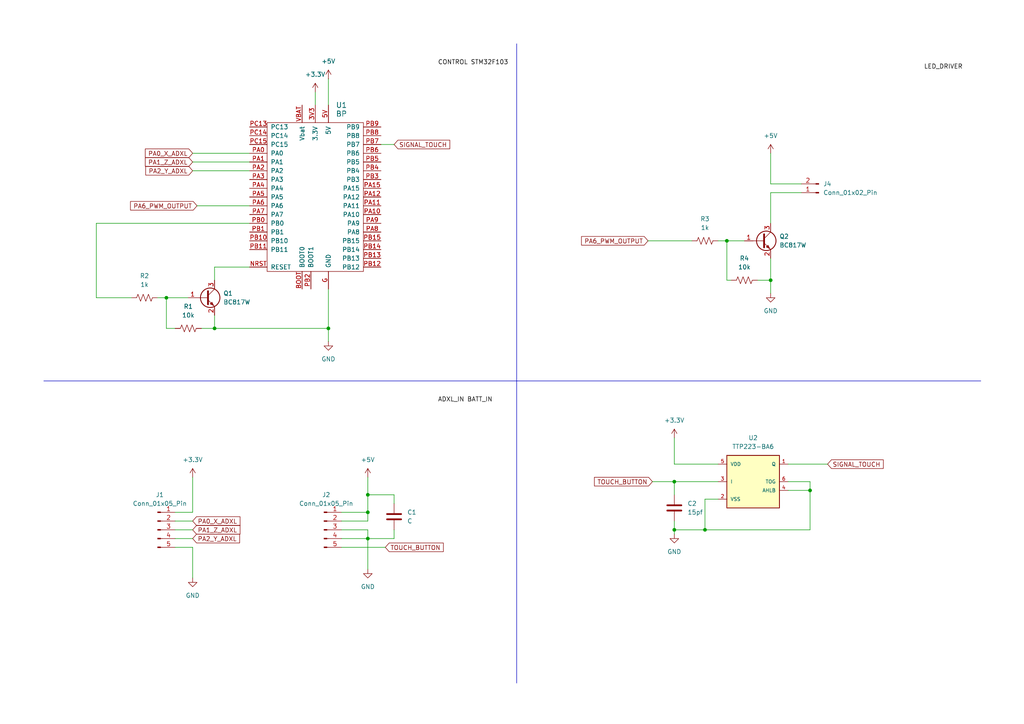
<source format=kicad_sch>
(kicad_sch (version 20250114) (generator "eeschema") (generator_version "9.0")
  (paper "A4")
  (title_block (title "ProlinUp") (date "2025-06-16") (company "Sieben Zwanzig") (comment 1 "Mateus Santos DIas"))
  (lib_symbols
    (symbol "Connector:Conn_01x02_Pin" (pin_names (offset 1.016) (hide yes))
      (property "Reference" "J" (at 0 2.54 0))
      (property "Value" "Conn_01x02_Pin" (at 0 -5.08 0))
      (symbol "Conn_01x02_Pin_1_1"
        (rectangle (start 0.8636 0.127) (end 0 -0.127) (stroke (width 0.1524)) (fill (type outline)))
        (rectangle (start 0.8636 -2.413) (end 0 -2.667) (stroke (width 0.1524)) (fill (type outline)))
        (polyline (pts (xy 1.27 0) (xy 0.8636 0)) (stroke (width 0.1524)))
        (polyline (pts (xy 1.27 -2.54) (xy 0.8636 -2.54)) (stroke (width 0.1524)))
        (pin passive line (at 5.08 0 180) (length 3.81) (name "Pin_1") (number "1"))
        (pin passive line (at 5.08 -2.54 180) (length 3.81) (name "Pin_2") (number "2"))
      )
    )
    (symbol "Connector:Conn_01x05_Pin" (pin_names (offset 1.016) (hide yes))
      (property "Reference" "J" (at 0 7.62 0))
      (property "Value" "Conn_01x05_Pin" (at 0 -7.62 0))
      (symbol "Conn_01x05_Pin_1_1"
        (rectangle (start 0.8636 5.207) (end 0 4.953) (stroke (width 0.1524)) (fill (type outline)))
        (rectangle (start 0.8636 2.667) (end 0 2.413) (stroke (width 0.1524)) (fill (type outline)))
        (rectangle (start 0.8636 0.127) (end 0 -0.127) (stroke (width 0.1524)) (fill (type outline)))
        (rectangle (start 0.8636 -2.413) (end 0 -2.667) (stroke (width 0.1524)) (fill (type outline)))
        (rectangle (start 0.8636 -4.953) (end 0 -5.207) (stroke (width 0.1524)) (fill (type outline)))
        (polyline (pts (xy 1.27 5.08) (xy 0.8636 5.08)) (stroke (width 0.1524)))
        (polyline (pts (xy 1.27 2.54) (xy 0.8636 2.54)) (stroke (width 0.1524)))
        (polyline (pts (xy 1.27 0) (xy 0.8636 0)) (stroke (width 0.1524)))
        (polyline (pts (xy 1.27 -2.54) (xy 0.8636 -2.54)) (stroke (width 0.1524)))
        (polyline (pts (xy 1.27 -5.08) (xy 0.8636 -5.08)) (stroke (width 0.1524)))
        (pin passive line (at 5.08 5.08 180) (length 3.81) (name "Pin_1") (number "1"))
        (pin passive line (at 5.08 2.54 180) (length 3.81) (name "Pin_2") (number "2"))
        (pin passive line (at 5.08 0 180) (length 3.81) (name "Pin_3") (number "3"))
        (pin passive line (at 5.08 -2.54 180) (length 3.81) (name "Pin_4") (number "4"))
        (pin passive line (at 5.08 -5.08 180) (length 3.81) (name "Pin_5") (number "5"))
      )
    )
    (symbol "Device:C" (pin_numbers (hide yes)) (pin_names (offset 0.254))
      (property "Reference" "C" (at 0.635 2.54 0))
      (property "Value" "C" (at 0.635 -2.54 0))
      (symbol "C_0_1"
        (polyline (pts (xy -2.032 0.762) (xy 2.032 0.762)) (stroke (width 0.508)))
        (polyline (pts (xy -2.032 -0.762) (xy 2.032 -0.762)) (stroke (width 0.508)))
      )
      (symbol "C_1_1"
        (pin passive line (at 0 3.81 270) (length 2.794) (name "~") (number "1"))
        (pin passive line (at 0 -3.81 90) (length 2.794) (name "~") (number "2"))
      )
    )
    (symbol "Device:R_US" (pin_numbers (hide yes)) (pin_names (offset 0))
      (property "Reference" "R" (at 2.54 0 90))
      (property "Value" "R_US" (at -2.54 0 90))
      (symbol "R_US_0_1"
        (polyline (pts (xy 0 2.286) (xy 0 2.54)))
        (polyline (pts (xy 0 2.286) (xy 1.016 1.905) (xy 0 1.524) (xy -1.016 1.143) (xy 0 0.762)))
        (polyline (pts (xy 0 0.762) (xy 1.016 0.381) (xy 0 0) (xy -1.016 -0.381) (xy 0 -0.762)))
        (polyline (pts (xy 0 -0.762) (xy 1.016 -1.143) (xy 0 -1.524) (xy -1.016 -1.905) (xy 0 -2.286)))
        (polyline (pts (xy 0 -2.286) (xy 0 -2.54)))
      )
      (symbol "R_US_1_1"
        (pin passive line (at 0 3.81 270) (length 1.27) (name "~") (number "1"))
        (pin passive line (at 0 -3.81 90) (length 1.27) (name "~") (number "2"))
      )
    )
    (symbol "Transistor_BJT:BC817W" (pin_names (offset 0) (hide yes))
      (property "Reference" "Q" (at 5.08 1.905 0))
      (property "Value" "BC817W" (at 5.08 0 0))
      (symbol "BC817W_0_1"
        (polyline (pts (xy -2.54 0) (xy 0.635 0)))
        (polyline (pts (xy 0.635 1.905) (xy 0.635 -1.905)) (stroke (width 0.508)))
        (circle (center 1.27 0) (radius 2.8194) (stroke (width 0.254)))
      )
      (symbol "BC817W_1_1"
        (polyline (pts (xy 0.635 0.635) (xy 2.54 2.54)))
        (polyline (pts (xy 0.635 -0.635) (xy 2.54 -2.54)))
        (polyline (pts (xy 1.27 -1.778) (xy 1.778 -1.27) (xy 2.286 -2.286) (xy 1.27 -1.778)) (fill (type outline)))
        (pin input line (at -5.08 0 0) (length 2.54) (name "B") (number "1"))
        (pin passive line (at 2.54 5.08 270) (length 2.54) (name "C") (number "3"))
        (pin passive line (at 2.54 -5.08 90) (length 2.54) (name "E") (number "2"))
      )
    )
    (symbol "bp:BP" (pin_names (offset 1.016))
      (property "Reference" "U" (at -12.7 22.86 0))
      (property "Value" "BP" (at 7.62 -24.13 0))
      (symbol "BP_0_1"
        (rectangle (start -13.97 21.59) (end 13.97 -21.59))
      )
      (symbol "BP_1_1"
        (pin bidirectional line (at -19.05 20.32 0) (length 5.08) (name "PC13") (number "PC13"))
        (pin bidirectional line (at -19.05 17.78 0) (length 5.08) (name "PC14") (number "PC14"))
        (pin bidirectional line (at -19.05 15.24 0) (length 5.08) (name "PC15") (number "PC15"))
        (pin bidirectional line (at -19.05 12.7 0) (length 5.08) (name "PA0") (number "PA0"))
        (pin bidirectional line (at -19.05 10.16 0) (length 5.08) (name "PA1") (number "PA1"))
        (pin bidirectional line (at -19.05 7.62 0) (length 5.08) (name "PA2") (number "PA2"))
        (pin bidirectional line (at -19.05 5.08 0) (length 5.08) (name "PA3") (number "PA3"))
        (pin bidirectional line (at -19.05 2.54 0) (length 5.08) (name "PA4") (number "PA4"))
        (pin bidirectional line (at -19.05 0 0) (length 5.08) (name "PA5") (number "PA5"))
        (pin bidirectional line (at -19.05 -2.54 0) (length 5.08) (name "PA6") (number "PA6"))
        (pin bidirectional line (at -19.05 -5.08 0) (length 5.08) (name "PA7") (number "PA7"))
        (pin bidirectional line (at -19.05 -7.62 0) (length 5.08) (name "PB0") (number "PB0"))
        (pin bidirectional line (at -19.05 -10.16 0) (length 5.08) (name "PB1") (number "PB1"))
        (pin bidirectional line (at -19.05 -12.7 0) (length 5.08) (name "PB10") (number "PB10"))
        (pin bidirectional line (at -19.05 -15.24 0) (length 5.08) (name "PB11") (number "PB11"))
        (pin input line (at -19.05 -20.32 0) (length 5.08) (name "RESET") (number "NRST"))
        (pin power_in line (at -3.81 26.67 270) (length 5.08) (name "Vbat") (number "VBAT"))
        (pin input line (at -3.81 -26.67 90) (length 5.08) (name "BOOT0") (number "BOOT"))
        (pin input line (at -1.27 -26.67 90) (length 5.08) (name "BOOT1") (number "PB2"))
        (pin power_out line (at 0 26.67 270) (length 5.08) (name "3.3V") (number "3V3"))
        (pin power_out line (at 3.81 26.67 270) (length 5.08) (name "5V") (number "5V"))
        (pin power_out line (at 3.81 -26.67 90) (length 5.08) (name "GND") (number "G"))
        (pin bidirectional line (at 19.05 20.32 180) (length 5.08) (name "PB9") (number "PB9"))
        (pin bidirectional line (at 19.05 17.78 180) (length 5.08) (name "PB8") (number "PB8"))
        (pin bidirectional line (at 19.05 15.24 180) (length 5.08) (name "PB7") (number "PB7"))
        (pin bidirectional line (at 19.05 12.7 180) (length 5.08) (name "PB6") (number "PB6"))
        (pin bidirectional line (at 19.05 10.16 180) (length 5.08) (name "PB5") (number "PB5"))
        (pin bidirectional line (at 19.05 7.62 180) (length 5.08) (name "PB4") (number "PB4"))
        (pin bidirectional line (at 19.05 5.08 180) (length 5.08) (name "PB3") (number "PB3"))
        (pin bidirectional line (at 19.05 2.54 180) (length 5.08) (name "PA15") (number "PA15"))
        (pin bidirectional line (at 19.05 0 180) (length 5.08) (name "PA12") (number "PA12"))
        (pin bidirectional line (at 19.05 -2.54 180) (length 5.08) (name "PA11") (number "PA11"))
        (pin bidirectional line (at 19.05 -5.08 180) (length 5.08) (name "PA10") (number "PA10"))
        (pin bidirectional line (at 19.05 -7.62 180) (length 5.08) (name "PA9") (number "PA9"))
        (pin bidirectional line (at 19.05 -10.16 180) (length 5.08) (name "PA8") (number "PA8"))
        (pin bidirectional line (at 19.05 -12.7 180) (length 5.08) (name "PB15") (number "PB15"))
        (pin bidirectional line (at 19.05 -15.24 180) (length 5.08) (name "PB14") (number "PB14"))
        (pin bidirectional line (at 19.05 -17.78 180) (length 5.08) (name "PB13") (number "PB13"))
        (pin bidirectional line (at 19.05 -20.32 180) (length 5.08) (name "PB12") (number "PB12"))
      )
    )
    (symbol "power:+3.3V" (power) (pin_numbers (hide yes)) (pin_names (offset 0) (hide yes))
      (property "Value" "+3.3V" (at 0 3.556 0))
      (symbol "+3.3V_0_1"
        (polyline (pts (xy -0.762 1.27) (xy 0 2.54)))
        (polyline (pts (xy 0 2.54) (xy 0.762 1.27)))
        (polyline (pts (xy 0 0) (xy 0 2.54)))
      )
      (symbol "+3.3V_1_1"
        (pin power_in line (at 0 0 90) (length 0) (name "~") (number "1"))
      )
    )
    (symbol "power:+5V" (power) (pin_numbers (hide yes)) (pin_names (offset 0) (hide yes))
      (property "Value" "+5V" (at 0 3.556 0))
      (symbol "+5V_0_1"
        (polyline (pts (xy -0.762 1.27) (xy 0 2.54)))
        (polyline (pts (xy 0 2.54) (xy 0.762 1.27)))
        (polyline (pts (xy 0 0) (xy 0 2.54)))
      )
      (symbol "+5V_1_1"
        (pin power_in line (at 0 0 90) (length 0) (name "~") (number "1"))
      )
    )
    (symbol "power:GND" (power) (pin_numbers (hide yes)) (pin_names (offset 0) (hide yes))
      (property "Value" "GND" (at 0 -3.81 0))
      (symbol "GND_0_1"
        (polyline (pts (xy 0 0) (xy 0 -1.27) (xy 1.27 -1.27) (xy 0 -2.54) (xy -1.27 -1.27) (xy 0 -1.27)))
      )
      (symbol "GND_1_1"
        (pin power_in line (at 0 0 270) (length 0) (name "~") (number "1"))
      )
    )
    (symbol "ttp223:TTP223-BA6" (pin_names (offset 1.016))
      (property "Reference" "U" (at -7.62 8.128 0))
      (property "Value" "TTP223-BA6" (at -7.62 -9.906 0))
      (symbol "TTP223-BA6_0_0"
        (rectangle (start -7.62 -7.62) (end 7.62 7.62) (stroke (width 0.254)) (fill (type background)))
        (pin power_in line (at -10.16 5.08 0) (length 2.54) (name "VDD") (number "5"))
        (pin bidirectional line (at -10.16 0 0) (length 2.54) (name "I") (number "3"))
        (pin power_in line (at -10.16 -5.08 0) (length 2.54) (name "VSS") (number "2"))
        (pin output line (at 10.16 5.08 180) (length 2.54) (name "Q") (number "1"))
        (pin input line (at 10.16 0 180) (length 2.54) (name "TOG") (number "6"))
        (pin input line (at 10.16 -2.54 180) (length 2.54) (name "AHLB") (number "4"))
      )
    )
  )
  (junction (at 195.58 139.7))
  (junction (at 195.58 153.67))
  (junction (at 210.82 69.85))
  (junction (at 204.47 153.67))
  (junction (at 106.68 156.21))
  (junction (at 106.68 143.51))
  (junction (at 106.68 148.59))
  (junction (at 48.26 86.36))
  (junction (at 234.95 142.24))
  (junction (at 223.52 81.28))
  (junction (at 62.23 95.25))
  (junction (at 95.25 95.25))
  (polyline (pts (xy 149.86 110.49) (xy 284.48 110.49)))
  (wire (pts (xy 204.47 144.78) (xy 204.47 153.67)))
  (wire (pts (xy 95.25 95.25) (xy 95.25 99.06)))
  (wire (pts (xy 95.25 83.82) (xy 95.25 95.25)))
  (wire (pts (xy 48.26 95.25) (xy 50.8 95.25)))
  (wire (pts (xy 106.68 156.21) (xy 106.68 165.1)))
  (wire (pts (xy 114.3 146.05) (xy 114.3 143.51)))
  (wire (pts (xy 62.23 77.47) (xy 62.23 81.28)))
  (wire (pts (xy 212.09 81.28) (xy 210.82 81.28)))
  (wire (pts (xy 27.94 86.36) (xy 38.1 86.36)))
  (wire (pts (xy 55.88 158.75) (xy 50.8 158.75)))
  (wire (pts (xy 99.06 158.75) (xy 111.76 158.75)))
  (polyline (pts (xy 12.7 110.49) (xy 149.86 110.49)))
  (wire (pts (xy 50.8 156.21) (xy 55.88 156.21)))
  (wire (pts (xy 55.88 167.64) (xy 55.88 158.75)))
  (wire (pts (xy 55.88 49.53) (xy 72.39 49.53)))
  (wire (pts (xy 223.52 74.93) (xy 223.52 81.28)))
  (wire (pts (xy 187.96 69.85) (xy 200.66 69.85)))
  (wire (pts (xy 234.95 139.7) (xy 234.95 142.24)))
  (wire (pts (xy 223.52 53.34) (xy 232.41 53.34)))
  (wire (pts (xy 114.3 156.21) (xy 106.68 156.21)))
  (wire (pts (xy 234.95 142.24) (xy 234.95 153.67)))
  (wire (pts (xy 110.49 41.91) (xy 114.3 41.91)))
  (wire (pts (xy 99.06 151.13) (xy 106.68 151.13)))
  (polyline (pts (xy 149.86 12.7) (xy 149.86 110.49)))
  (wire (pts (xy 91.44 26.67) (xy 91.44 30.48)))
  (wire (pts (xy 114.3 153.67) (xy 114.3 156.21)))
  (wire (pts (xy 72.39 77.47) (xy 62.23 77.47)))
  (wire (pts (xy 228.6 139.7) (xy 234.95 139.7)))
  (wire (pts (xy 195.58 153.67) (xy 195.58 154.94)))
  (wire (pts (xy 232.41 55.88) (xy 223.52 55.88)))
  (wire (pts (xy 195.58 139.7) (xy 195.58 143.51)))
  (wire (pts (xy 48.26 86.36) (xy 48.26 95.25)))
  (wire (pts (xy 55.88 44.45) (xy 72.39 44.45)))
  (wire (pts (xy 195.58 139.7) (xy 208.28 139.7)))
  (wire (pts (xy 210.82 69.85) (xy 215.9 69.85)))
  (wire (pts (xy 99.06 156.21) (xy 106.68 156.21)))
  (wire (pts (xy 27.94 64.77) (xy 72.39 64.77)))
  (wire (pts (xy 55.88 138.43) (xy 55.88 148.59)))
  (wire (pts (xy 57.15 59.69) (xy 72.39 59.69)))
  (wire (pts (xy 48.26 86.36) (xy 54.61 86.36)))
  (wire (pts (xy 189.23 139.7) (xy 195.58 139.7)))
  (wire (pts (xy 106.68 153.67) (xy 106.68 156.21)))
  (wire (pts (xy 55.88 46.99) (xy 72.39 46.99)))
  (wire (pts (xy 223.52 44.45) (xy 223.52 53.34)))
  (wire (pts (xy 114.3 143.51) (xy 106.68 143.51)))
  (wire (pts (xy 223.52 55.88) (xy 223.52 64.77)))
  (wire (pts (xy 223.52 81.28) (xy 223.52 85.09)))
  (wire (pts (xy 195.58 151.13) (xy 195.58 153.67)))
  (wire (pts (xy 219.71 81.28) (xy 223.52 81.28)))
  (wire (pts (xy 50.8 151.13) (xy 55.88 151.13)))
  (wire (pts (xy 106.68 143.51) (xy 106.68 148.59)))
  (wire (pts (xy 234.95 153.67) (xy 204.47 153.67)))
  (wire (pts (xy 58.42 95.25) (xy 62.23 95.25)))
  (wire (pts (xy 106.68 138.43) (xy 106.68 143.51)))
  (wire (pts (xy 95.25 22.86) (xy 95.25 30.48)))
  (wire (pts (xy 195.58 134.62) (xy 208.28 134.62)))
  (wire (pts (xy 106.68 148.59) (xy 106.68 151.13)))
  (wire (pts (xy 45.72 86.36) (xy 48.26 86.36)))
  (wire (pts (xy 62.23 95.25) (xy 95.25 95.25)))
  (wire (pts (xy 55.88 148.59) (xy 50.8 148.59)))
  (wire (pts (xy 27.94 64.77) (xy 27.94 86.36)))
  (wire (pts (xy 195.58 127) (xy 195.58 134.62)))
  (wire (pts (xy 62.23 91.44) (xy 62.23 95.25)))
  (wire (pts (xy 50.8 153.67) (xy 55.88 153.67)))
  (wire (pts (xy 228.6 142.24) (xy 234.95 142.24)))
  (wire (pts (xy 208.28 69.85) (xy 210.82 69.85)))
  (wire (pts (xy 228.6 134.62) (xy 240.03 134.62)))
  (wire (pts (xy 208.28 144.78) (xy 204.47 144.78)))
  (polyline (pts (xy 149.86 110.49) (xy 149.86 198.12)))
  (wire (pts (xy 106.68 148.59) (xy 99.06 148.59)))
  (wire (pts (xy 210.82 69.85) (xy 210.82 81.28)))
  (wire (pts (xy 99.06 153.67) (xy 106.68 153.67)))
  (wire (pts (xy 195.58 153.67) (xy 204.47 153.67)))
  (label "ADXL_IN BATT_IN" (at 127 116.84 0))
  (label "CONTROL STM32F103" (at 127 19.05 0))
  (label "LED_DRIVER" (at 267.97 20.32 0))
  (global_label "PA2_Y_ADXL" (shape input) (at 55.88 156.21 0) (property "Intersheetrefs" "${INTERSHEET_REFS}" (effects (hide yes))))
  (global_label "PA0_X_ADXL" (shape input) (at 55.88 151.13 0) (property "Intersheetrefs" "${INTERSHEET_REFS}" (effects (hide yes))))
  (global_label "PA6_PWM_OUTPUT" (shape input) (at 57.15 59.69 180) (property "Intersheetrefs" "${INTERSHEET_REFS}" (effects (hide yes))))
  (global_label "SIGNAL_TOUCH" (shape input) (at 114.3 41.91 0) (property "Intersheetrefs" "${INTERSHEET_REFS}" (effects (hide yes))))
  (global_label "PA1_Z_ADXL" (shape input) (at 55.88 153.67 0) (property "Intersheetrefs" "${INTERSHEET_REFS}" (effects (hide yes))))
  (global_label "TOUCH_BUTTON" (shape input) (at 111.76 158.75 0) (property "Intersheetrefs" "${INTERSHEET_REFS}" (effects (hide yes))))
  (global_label "PA6_PWM_OUTPUT" (shape input) (at 187.96 69.85 180) (property "Intersheetrefs" "${INTERSHEET_REFS}" (effects (hide yes))))
  (global_label "PA0_X_ADXL" (shape input) (at 55.88 44.45 180) (property "Intersheetrefs" "${INTERSHEET_REFS}" (effects (hide yes))))
  (global_label "PA2_Y_ADXL" (shape input) (at 55.88 49.53 180) (property "Intersheetrefs" "${INTERSHEET_REFS}" (effects (hide yes))))
  (global_label "SIGNAL_TOUCH" (shape input) (at 240.03 134.62 0) (property "Intersheetrefs" "${INTERSHEET_REFS}" (effects (hide yes))))
  (global_label "TOUCH_BUTTON" (shape input) (at 189.23 139.7 180) (property "Intersheetrefs" "${INTERSHEET_REFS}" (effects (hide yes))))
  (global_label "PA1_Z_ADXL" (shape input) (at 55.88 46.99 180) (property "Intersheetrefs" "${INTERSHEET_REFS}" (effects (hide yes))))
  (symbol (lib_id "power:+3.3V") (at 195.58 127 0) (unit 1)
    (property "Reference" "#PWR013" (effects (hide yes)))
    (property "Value" "+3.3V" (at 195.58 121.92 0))
    (property "Description" "Power symbol creates a global label with name \"+3.3V\"" (effects (hide yes)))
  )
  (symbol (lib_id "Device:R_US") (at 54.61 95.25 90) (unit 1)
    (property "Reference" "R1" (at 54.61 88.9 90))
    (property "Value" "10k" (at 54.61 91.44 90))
    (property "Footprint" "Resistor_SMD:R_1206_3216Metric" (effects (hide yes)))
    (property "Description" "Resistor, US symbol" (effects (hide yes)))
  )
  (symbol (lib_id "power:+5V") (at 223.52 44.45 0) (unit 1)
    (property "Reference" "#PWR011" (effects (hide yes)))
    (property "Value" "+5V" (at 223.52 39.37 0))
    (property "Description" "Power symbol creates a global label with name \"+5V\"" (effects (hide yes)))
  )
  (symbol (lib_id "Device:R_US") (at 41.91 86.36 90) (unit 1)
    (property "Reference" "R2" (at 41.91 80.01 90))
    (property "Value" "1k" (at 41.91 82.55 90))
    (property "Footprint" "Resistor_SMD:R_1206_3216Metric" (effects (hide yes)))
    (property "Description" "Resistor, US symbol" (effects (hide yes)))
  )
  (symbol (lib_id "power:+5V") (at 106.68 138.43 0) (unit 1)
    (property "Reference" "#PWR06" (effects (hide yes)))
    (property "Value" "+5V" (at 106.68 133.35 0))
    (property "Description" "Power symbol creates a global label with name \"+5V\"" (effects (hide yes)))
  )
  (symbol (lib_id "Device:C") (at 195.58 147.32 0) (unit 1)
    (property "Reference" "C2" (at 199.39 146.0499 0) (effects (justify left)))
    (property "Value" "15pf" (at 199.39 148.5899 0) (effects (justify left)))
    (property "Footprint" "Capacitor_SMD:C_1206_3216Metric" (effects (hide yes)))
    (property "Description" "Unpolarized capacitor" (effects (hide yes)))
  )
  (symbol (lib_id "Transistor_BJT:BC817W") (at 59.69 86.36 0) (unit 1)
    (property "Reference" "Q1" (at 64.77 85.0899 0) (effects (justify left)))
    (property "Value" "BC817W" (at 64.77 87.6299 0) (effects (justify left)))
    (property "Footprint" "Package_TO_SOT_SMD:SOT-323_SC-70" (effects (hide yes)))
    (property "Datasheet" "https://www.onsemi.com/pub/Collateral/BC818-D.pdf" (effects (hide yes)))
    (property "Description" "0.8A Ic, 45V Vce, NPN Transistor, SOT-323" (effects (hide yes)))
  )
  (symbol (lib_id "Device:R_US") (at 215.9 81.28 90) (unit 1)
    (property "Reference" "R4" (at 215.9 74.93 90))
    (property "Value" "10k" (at 215.9 77.47 90))
    (property "Footprint" "Resistor_SMD:R_1206_3216Metric" (effects (hide yes)))
    (property "Description" "Resistor, US symbol" (effects (hide yes)))
  )
  (symbol (lib_id "Connector:Conn_01x05_Pin") (at 93.98 153.67 0) (unit 1)
    (property "Reference" "J2" (at 94.615 143.51 0))
    (property "Value" "Conn_01x05_Pin" (at 94.615 146.05 0))
    (property "Footprint" "Connector_PinHeader_2.54mm:PinHeader_1x05_P2.54mm_Horizontal" (effects (hide yes)))
    (property "Description" "Generic connector, single row, 01x05, script generated" (effects (hide yes)))
  )
  (symbol (lib_id "power:GND") (at 95.25 99.06 0) (unit 1)
    (property "Reference" "#PWR02" (effects (hide yes)))
    (property "Value" "GND" (at 95.25 104.14 0))
    (property "Description" "Power symbol creates a global label with name \"GND\" , ground" (effects (hide yes)))
  )
  (symbol (lib_id "power:GND") (at 55.88 167.64 0) (unit 1)
    (property "Reference" "#PWR04" (effects (hide yes)))
    (property "Value" "GND" (at 55.88 172.72 0))
    (property "Description" "Power symbol creates a global label with name \"GND\" , ground" (effects (hide yes)))
  )
  (symbol (lib_id "Connector:Conn_01x02_Pin") (at 237.49 55.88 180) (unit 1)
    (property "Reference" "J4" (at 238.76 53.3399 0) (effects (justify right)))
    (property "Value" "Conn_01x02_Pin" (at 238.76 55.8799 0) (effects (justify right)))
    (property "Footprint" "Connector_PinHeader_2.54mm:PinHeader_1x02_P2.54mm_Vertical" (effects (hide yes)))
    (property "Description" "Generic connector, single row, 01x02, script generated" (effects (hide yes)))
  )
  (symbol (lib_id "bp:BP") (at 91.44 57.15 0) (unit 1)
    (property "Reference" "U1" (at 97.3933 30.48 0) (effects (font (size 1.524 1.524)) (justify left)))
    (property "Value" "BP" (at 97.3933 33.02 0) (effects (font (size 1.524 1.524)) (justify left)))
    (property "Footprint" "blue-pill-kicad:blue_pill" (effects (hide yes)))
    (property "Datasheet" "https://www.electronicshub.org/getting-started-with-stm32f103c8t6-blue-pill/" (effects (hide yes)))
  )
  (symbol (lib_id "ttp223:TTP223-BA6") (at 218.44 139.7 0) (unit 1)
    (property "Reference" "U2" (at 218.44 127 0))
    (property "Value" "TTP223-BA6" (at 218.44 129.54 0))
    (property "Footprint" "ttp223:SOT23-6" (effects (hide yes)))
    (property "MF" "tontek" (effects (hide yes)))
    (property "LIB" "CID" (effects (hide yes)))
    (property "Package" "None" (effects (hide yes)))
    (property "Price" "None" (effects (hide yes)))
    (property "SnapEDA_Link" "https://www.snapeda.com/parts/TTP223-BA6/TONTEK/view-part/?ref=snap" (effects (hide yes)))
    (property "MP" "TTP223-BA6" (effects (hide yes)))
    (property "Availability" "In Stock" (effects (hide yes)))
    (property "Check_prices" "https://www.snapeda.com/parts/TTP223-BA6/TONTEK/view-part/?ref=eda" (effects (hide yes)))
  )
  (symbol (lib_id "power:+3.3V") (at 91.44 26.67 0) (unit 1)
    (property "Reference" "#PWR03" (effects (hide yes)))
    (property "Value" "+3.3V" (at 91.44 21.59 0))
    (property "Description" "Power symbol creates a global label with name \"+3.3V\"" (effects (hide yes)))
  )
  (symbol (lib_id "power:+3.3V") (at 55.88 138.43 0) (unit 1)
    (property "Reference" "#PWR05" (effects (hide yes)))
    (property "Value" "+3.3V" (at 55.88 133.35 0))
    (property "Description" "Power symbol creates a global label with name \"+3.3V\"" (effects (hide yes)))
  )
  (symbol (lib_id "Device:C") (at 114.3 149.86 0) (unit 1)
    (property "Reference" "C1" (at 118.11 148.5899 0) (effects (justify left)))
    (property "Value" "C" (at 118.11 151.1299 0) (effects (justify left)))
    (property "Footprint" "Capacitor_SMD:C_1206_3216Metric" (effects (hide yes)))
    (property "Description" "Unpolarized capacitor" (effects (hide yes)))
  )
  (symbol (lib_id "Device:R_US") (at 204.47 69.85 90) (unit 1)
    (property "Reference" "R3" (at 204.47 63.5 90))
    (property "Value" "1k" (at 204.47 66.04 90))
    (property "Footprint" "Resistor_SMD:R_1206_3216Metric" (effects (hide yes)))
    (property "Description" "Resistor, US symbol" (effects (hide yes)))
  )
  (symbol (lib_id "power:+5V") (at 95.25 22.86 0) (unit 1)
    (property "Reference" "#PWR01" (effects (hide yes)))
    (property "Value" "+5V" (at 95.25 17.78 0))
    (property "Description" "Power symbol creates a global label with name \"+5V\"" (effects (hide yes)))
  )
  (symbol (lib_id "Transistor_BJT:BC817W") (at 220.98 69.85 0) (unit 1)
    (property "Reference" "Q2" (at 226.06 68.5799 0) (effects (justify left)))
    (property "Value" "BC817W" (at 226.06 71.1199 0) (effects (justify left)))
    (property "Footprint" "Package_TO_SOT_SMD:SOT-323_SC-70" (effects (hide yes)))
    (property "Datasheet" "https://www.onsemi.com/pub/Collateral/BC818-D.pdf" (effects (hide yes)))
    (property "Description" "0.8A Ic, 45V Vce, NPN Transistor, SOT-323" (effects (hide yes)))
  )
  (symbol (lib_id "power:GND") (at 195.58 154.94 0) (unit 1)
    (property "Reference" "#PWR012" (effects (hide yes)))
    (property "Value" "GND" (at 195.58 160.02 0))
    (property "Description" "Power symbol creates a global label with name \"GND\" , ground" (effects (hide yes)))
  )
  (symbol (lib_id "power:GND") (at 223.52 85.09 0) (unit 1)
    (property "Reference" "#PWR010" (effects (hide yes)))
    (property "Value" "GND" (at 223.52 90.17 0))
    (property "Description" "Power symbol creates a global label with name \"GND\" , ground" (effects (hide yes)))
  )
  (symbol (lib_id "Connector:Conn_01x05_Pin") (at 45.72 153.67 0) (unit 1)
    (property "Reference" "J1" (at 46.355 143.51 0))
    (property "Value" "Conn_01x05_Pin" (at 46.355 146.05 0))
    (property "Footprint" "Connector_PinHeader_2.54mm:PinHeader_1x05_P2.54mm_Vertical" (effects (hide yes)))
    (property "Description" "Generic connector, single row, 01x05, script generated" (effects (hide yes)))
  )
  (symbol (lib_id "power:GND") (at 106.68 165.1 0) (unit 1)
    (property "Reference" "#PWR07" (effects (hide yes)))
    (property "Value" "GND" (at 106.68 170.18 0))
    (property "Description" "Power symbol creates a global label with name \"GND\" , ground" (effects (hide yes)))
  )
)
</source>
